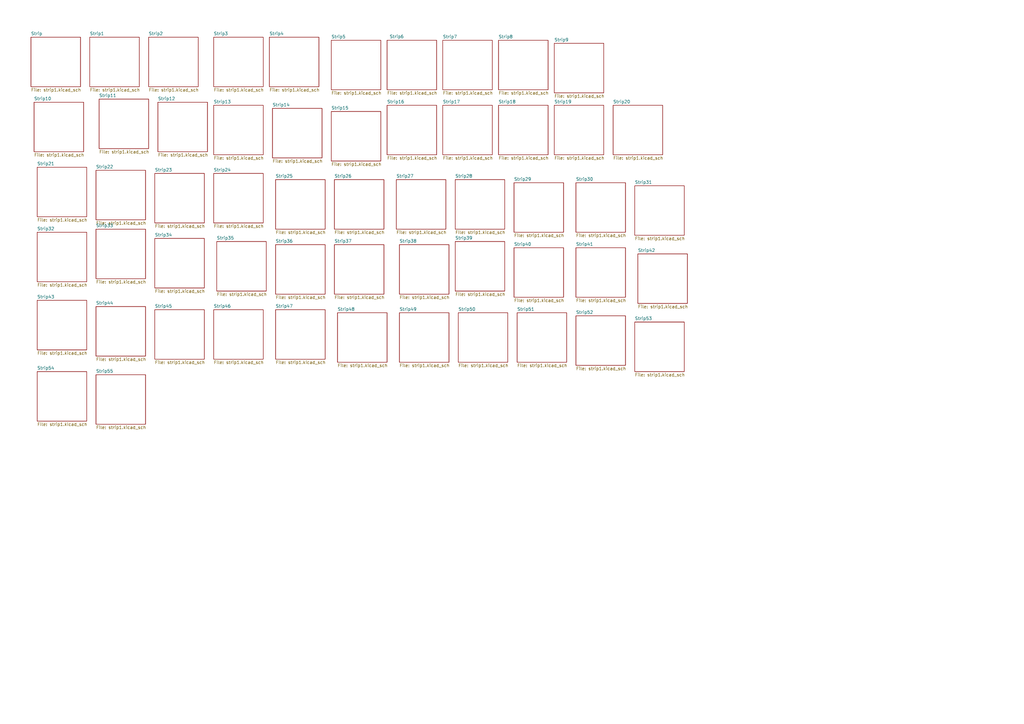
<source format=kicad_sch>
(kicad_sch
	(version 20250114)
	(generator "eeschema")
	(generator_version "9.0")
	(uuid "ec0acf9d-b630-4a70-ae1b-d8283dc20a54")
	(paper "A3")
	(lib_symbols)
	(sheet
		(at 260.35 76.2)
		(size 20.32 20.32)
		(exclude_from_sim no)
		(in_bom yes)
		(on_board yes)
		(dnp no)
		(fields_autoplaced yes)
		(stroke
			(width 0.1524)
			(type solid)
		)
		(fill
			(color 0 0 0 0.0000)
		)
		(uuid "00b2ebd1-974f-44da-a5a4-9698745f8431")
		(property "Sheetname" "Strip31"
			(at 260.35 75.4884 0)
			(effects
				(font
					(size 1.27 1.27)
				)
				(justify left bottom)
			)
		)
		(property "Sheetfile" "strip1.kicad_sch"
			(at 260.35 97.1046 0)
			(effects
				(font
					(size 1.27 1.27)
				)
				(justify left top)
			)
		)
		(instances
			(project "STRIP PCB,"
				(path "/ec0acf9d-b630-4a70-ae1b-d8283dc20a54"
					(page "33")
				)
			)
		)
	)
	(sheet
		(at 251.46 43.18)
		(size 20.32 20.32)
		(exclude_from_sim no)
		(in_bom yes)
		(on_board yes)
		(dnp no)
		(fields_autoplaced yes)
		(stroke
			(width 0.1524)
			(type solid)
		)
		(fill
			(color 0 0 0 0.0000)
		)
		(uuid "02a664cf-b16c-4f98-8160-73b862de7ff8")
		(property "Sheetname" "Strip20"
			(at 251.46 42.4684 0)
			(effects
				(font
					(size 1.27 1.27)
				)
				(justify left bottom)
			)
		)
		(property "Sheetfile" "strip1.kicad_sch"
			(at 251.46 64.0846 0)
			(effects
				(font
					(size 1.27 1.27)
				)
				(justify left top)
			)
		)
		(instances
			(project "STRIP PCB,"
				(path "/ec0acf9d-b630-4a70-ae1b-d8283dc20a54"
					(page "22")
				)
			)
		)
	)
	(sheet
		(at 227.33 43.18)
		(size 20.32 20.32)
		(exclude_from_sim no)
		(in_bom yes)
		(on_board yes)
		(dnp no)
		(fields_autoplaced yes)
		(stroke
			(width 0.1524)
			(type solid)
		)
		(fill
			(color 0 0 0 0.0000)
		)
		(uuid "09c091c4-d36c-4f76-8421-eee55fe4d6e8")
		(property "Sheetname" "Strip19"
			(at 227.33 42.4684 0)
			(effects
				(font
					(size 1.27 1.27)
				)
				(justify left bottom)
			)
		)
		(property "Sheetfile" "strip1.kicad_sch"
			(at 227.33 64.0846 0)
			(effects
				(font
					(size 1.27 1.27)
				)
				(justify left top)
			)
		)
		(instances
			(project "STRIP PCB,"
				(path "/ec0acf9d-b630-4a70-ae1b-d8283dc20a54"
					(page "21")
				)
			)
		)
	)
	(sheet
		(at 137.16 73.66)
		(size 20.32 20.32)
		(exclude_from_sim no)
		(in_bom yes)
		(on_board yes)
		(dnp no)
		(fields_autoplaced yes)
		(stroke
			(width 0.1524)
			(type solid)
		)
		(fill
			(color 0 0 0 0.0000)
		)
		(uuid "0d354996-9925-4dc1-a4ce-13cd45b7ac74")
		(property "Sheetname" "Strip26"
			(at 137.16 72.9484 0)
			(effects
				(font
					(size 1.27 1.27)
				)
				(justify left bottom)
			)
		)
		(property "Sheetfile" "strip1.kicad_sch"
			(at 137.16 94.5646 0)
			(effects
				(font
					(size 1.27 1.27)
				)
				(justify left top)
			)
		)
		(instances
			(project "STRIP PCB,"
				(path "/ec0acf9d-b630-4a70-ae1b-d8283dc20a54"
					(page "28")
				)
			)
		)
	)
	(sheet
		(at 210.82 101.6)
		(size 20.32 20.32)
		(exclude_from_sim no)
		(in_bom yes)
		(on_board yes)
		(dnp no)
		(fields_autoplaced yes)
		(stroke
			(width 0.1524)
			(type solid)
		)
		(fill
			(color 0 0 0 0.0000)
		)
		(uuid "0ff14d47-830e-4ffa-8aed-b49ec4150b16")
		(property "Sheetname" "Strip40"
			(at 210.82 100.8884 0)
			(effects
				(font
					(size 1.27 1.27)
				)
				(justify left bottom)
			)
		)
		(property "Sheetfile" "strip1.kicad_sch"
			(at 210.82 122.5046 0)
			(effects
				(font
					(size 1.27 1.27)
				)
				(justify left top)
			)
		)
		(instances
			(project "STRIP PCB,"
				(path "/ec0acf9d-b630-4a70-ae1b-d8283dc20a54"
					(page "42")
				)
			)
		)
	)
	(sheet
		(at 63.5 71.12)
		(size 20.32 20.32)
		(exclude_from_sim no)
		(in_bom yes)
		(on_board yes)
		(dnp no)
		(fields_autoplaced yes)
		(stroke
			(width 0.1524)
			(type solid)
		)
		(fill
			(color 0 0 0 0.0000)
		)
		(uuid "12fe60e7-462e-4de4-86c0-4a915cc49e61")
		(property "Sheetname" "Strip23"
			(at 63.5 70.4084 0)
			(effects
				(font
					(size 1.27 1.27)
				)
				(justify left bottom)
			)
		)
		(property "Sheetfile" "strip1.kicad_sch"
			(at 63.5 92.0246 0)
			(effects
				(font
					(size 1.27 1.27)
				)
				(justify left top)
			)
		)
		(instances
			(project "STRIP PCB,"
				(path "/ec0acf9d-b630-4a70-ae1b-d8283dc20a54"
					(page "25")
				)
			)
		)
	)
	(sheet
		(at 15.24 95.25)
		(size 20.32 20.32)
		(exclude_from_sim no)
		(in_bom yes)
		(on_board yes)
		(dnp no)
		(fields_autoplaced yes)
		(stroke
			(width 0.1524)
			(type solid)
		)
		(fill
			(color 0 0 0 0.0000)
		)
		(uuid "174130f1-98c9-4469-b91d-652483d8c528")
		(property "Sheetname" "Strip32"
			(at 15.24 94.5384 0)
			(effects
				(font
					(size 1.27 1.27)
				)
				(justify left bottom)
			)
		)
		(property "Sheetfile" "strip1.kicad_sch"
			(at 15.24 116.1546 0)
			(effects
				(font
					(size 1.27 1.27)
				)
				(justify left top)
			)
		)
		(instances
			(project "STRIP PCB,"
				(path "/ec0acf9d-b630-4a70-ae1b-d8283dc20a54"
					(page "34")
				)
			)
		)
	)
	(sheet
		(at 39.37 69.85)
		(size 20.32 20.32)
		(exclude_from_sim no)
		(in_bom yes)
		(on_board yes)
		(dnp no)
		(fields_autoplaced yes)
		(stroke
			(width 0.1524)
			(type solid)
		)
		(fill
			(color 0 0 0 0.0000)
		)
		(uuid "19f19b5c-3bdb-4464-8d7c-172a31e61d40")
		(property "Sheetname" "Strip22"
			(at 39.37 69.1384 0)
			(effects
				(font
					(size 1.27 1.27)
				)
				(justify left bottom)
			)
		)
		(property "Sheetfile" "strip1.kicad_sch"
			(at 39.37 90.7546 0)
			(effects
				(font
					(size 1.27 1.27)
				)
				(justify left top)
			)
		)
		(instances
			(project "STRIP PCB,"
				(path "/ec0acf9d-b630-4a70-ae1b-d8283dc20a54"
					(page "24")
				)
			)
		)
	)
	(sheet
		(at 236.22 129.54)
		(size 20.32 20.32)
		(exclude_from_sim no)
		(in_bom yes)
		(on_board yes)
		(dnp no)
		(fields_autoplaced yes)
		(stroke
			(width 0.1524)
			(type solid)
		)
		(fill
			(color 0 0 0 0.0000)
		)
		(uuid "227d940c-3185-42ad-b898-154240a07068")
		(property "Sheetname" "Strip52"
			(at 236.22 128.8284 0)
			(effects
				(font
					(size 1.27 1.27)
				)
				(justify left bottom)
			)
		)
		(property "Sheetfile" "strip1.kicad_sch"
			(at 236.22 150.4446 0)
			(effects
				(font
					(size 1.27 1.27)
				)
				(justify left top)
			)
		)
		(instances
			(project "STRIP PCB,"
				(path "/ec0acf9d-b630-4a70-ae1b-d8283dc20a54"
					(page "54")
				)
			)
		)
	)
	(sheet
		(at 64.77 41.91)
		(size 20.32 20.32)
		(exclude_from_sim no)
		(in_bom yes)
		(on_board yes)
		(dnp no)
		(fields_autoplaced yes)
		(stroke
			(width 0.1524)
			(type solid)
		)
		(fill
			(color 0 0 0 0.0000)
		)
		(uuid "2325865f-8fd0-49e1-8b25-ce3434a64d41")
		(property "Sheetname" "Strip12"
			(at 64.77 41.1984 0)
			(effects
				(font
					(size 1.27 1.27)
				)
				(justify left bottom)
			)
		)
		(property "Sheetfile" "strip1.kicad_sch"
			(at 64.77 62.8146 0)
			(effects
				(font
					(size 1.27 1.27)
				)
				(justify left top)
			)
		)
		(instances
			(project "STRIP PCB,"
				(path "/ec0acf9d-b630-4a70-ae1b-d8283dc20a54"
					(page "14")
				)
			)
		)
	)
	(sheet
		(at 163.83 100.33)
		(size 20.32 20.32)
		(exclude_from_sim no)
		(in_bom yes)
		(on_board yes)
		(dnp no)
		(fields_autoplaced yes)
		(stroke
			(width 0.1524)
			(type solid)
		)
		(fill
			(color 0 0 0 0.0000)
		)
		(uuid "23e34d32-43a8-4df3-9577-8704889a19af")
		(property "Sheetname" "Strip38"
			(at 163.83 99.6184 0)
			(effects
				(font
					(size 1.27 1.27)
				)
				(justify left bottom)
			)
		)
		(property "Sheetfile" "strip1.kicad_sch"
			(at 163.83 121.2346 0)
			(effects
				(font
					(size 1.27 1.27)
				)
				(justify left top)
			)
		)
		(instances
			(project "STRIP PCB,"
				(path "/ec0acf9d-b630-4a70-ae1b-d8283dc20a54"
					(page "40")
				)
			)
		)
	)
	(sheet
		(at 187.96 128.27)
		(size 20.32 20.32)
		(exclude_from_sim no)
		(in_bom yes)
		(on_board yes)
		(dnp no)
		(fields_autoplaced yes)
		(stroke
			(width 0.1524)
			(type solid)
		)
		(fill
			(color 0 0 0 0.0000)
		)
		(uuid "25d6e0d4-d332-4889-9dc7-c3890ca7a77d")
		(property "Sheetname" "Strip50"
			(at 187.96 127.5584 0)
			(effects
				(font
					(size 1.27 1.27)
				)
				(justify left bottom)
			)
		)
		(property "Sheetfile" "strip1.kicad_sch"
			(at 187.96 149.1746 0)
			(effects
				(font
					(size 1.27 1.27)
				)
				(justify left top)
			)
		)
		(instances
			(project "STRIP PCB,"
				(path "/ec0acf9d-b630-4a70-ae1b-d8283dc20a54"
					(page "52")
				)
			)
		)
	)
	(sheet
		(at 158.75 16.51)
		(size 20.32 20.32)
		(exclude_from_sim no)
		(in_bom yes)
		(on_board yes)
		(dnp no)
		(stroke
			(width 0.1524)
			(type solid)
		)
		(fill
			(color 0 0 0 0.0000)
		)
		(uuid "350588f8-050d-4c5c-8210-f547e044790d")
		(property "Sheetname" "Strip6"
			(at 159.766 15.748 0)
			(effects
				(font
					(size 1.27 1.27)
				)
				(justify left bottom)
			)
		)
		(property "Sheetfile" "strip1.kicad_sch"
			(at 158.75 37.4146 0)
			(effects
				(font
					(size 1.27 1.27)
				)
				(justify left top)
			)
		)
		(instances
			(project "STRIP PCB,"
				(path "/ec0acf9d-b630-4a70-ae1b-d8283dc20a54"
					(page "8")
				)
			)
		)
	)
	(sheet
		(at 212.09 128.27)
		(size 20.32 20.32)
		(exclude_from_sim no)
		(in_bom yes)
		(on_board yes)
		(dnp no)
		(fields_autoplaced yes)
		(stroke
			(width 0.1524)
			(type solid)
		)
		(fill
			(color 0 0 0 0.0000)
		)
		(uuid "38e028f2-c531-457a-8645-0593a744ce09")
		(property "Sheetname" "Strip51"
			(at 212.09 127.5584 0)
			(effects
				(font
					(size 1.27 1.27)
				)
				(justify left bottom)
			)
		)
		(property "Sheetfile" "strip1.kicad_sch"
			(at 212.09 149.1746 0)
			(effects
				(font
					(size 1.27 1.27)
				)
				(justify left top)
			)
		)
		(instances
			(project "STRIP PCB,"
				(path "/ec0acf9d-b630-4a70-ae1b-d8283dc20a54"
					(page "53")
				)
			)
		)
	)
	(sheet
		(at 210.82 74.93)
		(size 20.32 20.32)
		(exclude_from_sim no)
		(in_bom yes)
		(on_board yes)
		(dnp no)
		(fields_autoplaced yes)
		(stroke
			(width 0.1524)
			(type solid)
		)
		(fill
			(color 0 0 0 0.0000)
		)
		(uuid "48468f65-55e1-4a94-9556-7dda1642f135")
		(property "Sheetname" "Strip29"
			(at 210.82 74.2184 0)
			(effects
				(font
					(size 1.27 1.27)
				)
				(justify left bottom)
			)
		)
		(property "Sheetfile" "strip1.kicad_sch"
			(at 210.82 95.8346 0)
			(effects
				(font
					(size 1.27 1.27)
				)
				(justify left top)
			)
		)
		(instances
			(project "STRIP PCB,"
				(path "/ec0acf9d-b630-4a70-ae1b-d8283dc20a54"
					(page "31")
				)
			)
		)
	)
	(sheet
		(at 163.83 128.27)
		(size 20.32 20.32)
		(exclude_from_sim no)
		(in_bom yes)
		(on_board yes)
		(dnp no)
		(fields_autoplaced yes)
		(stroke
			(width 0.1524)
			(type solid)
		)
		(fill
			(color 0 0 0 0.0000)
		)
		(uuid "4b0949d7-5b91-406e-9357-3d1cbcf7aafa")
		(property "Sheetname" "Strip49"
			(at 163.83 127.5584 0)
			(effects
				(font
					(size 1.27 1.27)
				)
				(justify left bottom)
			)
		)
		(property "Sheetfile" "strip1.kicad_sch"
			(at 163.83 149.1746 0)
			(effects
				(font
					(size 1.27 1.27)
				)
				(justify left top)
			)
		)
		(instances
			(project "STRIP PCB,"
				(path "/ec0acf9d-b630-4a70-ae1b-d8283dc20a54"
					(page "51")
				)
			)
		)
	)
	(sheet
		(at 260.35 132.08)
		(size 20.32 20.32)
		(exclude_from_sim no)
		(in_bom yes)
		(on_board yes)
		(dnp no)
		(fields_autoplaced yes)
		(stroke
			(width 0.1524)
			(type solid)
		)
		(fill
			(color 0 0 0 0.0000)
		)
		(uuid "4d9b4f62-edc8-4ca8-8062-4043adbf5a53")
		(property "Sheetname" "Strip53"
			(at 260.35 131.3684 0)
			(effects
				(font
					(size 1.27 1.27)
				)
				(justify left bottom)
			)
		)
		(property "Sheetfile" "strip1.kicad_sch"
			(at 260.35 152.9846 0)
			(effects
				(font
					(size 1.27 1.27)
				)
				(justify left top)
			)
		)
		(instances
			(project "STRIP PCB,"
				(path "/ec0acf9d-b630-4a70-ae1b-d8283dc20a54"
					(page "55")
				)
			)
		)
	)
	(sheet
		(at 181.61 16.51)
		(size 20.32 20.32)
		(exclude_from_sim no)
		(in_bom yes)
		(on_board yes)
		(dnp no)
		(fields_autoplaced yes)
		(stroke
			(width 0.1524)
			(type solid)
		)
		(fill
			(color 0 0 0 0.0000)
		)
		(uuid "51787525-25cd-49c1-bc9d-6726e2524873")
		(property "Sheetname" "Strip7"
			(at 181.61 15.7984 0)
			(effects
				(font
					(size 1.27 1.27)
				)
				(justify left bottom)
			)
		)
		(property "Sheetfile" "strip1.kicad_sch"
			(at 181.61 37.4146 0)
			(effects
				(font
					(size 1.27 1.27)
				)
				(justify left top)
			)
		)
		(instances
			(project "STRIP PCB,"
				(path "/ec0acf9d-b630-4a70-ae1b-d8283dc20a54"
					(page "9")
				)
			)
		)
	)
	(sheet
		(at 158.75 43.18)
		(size 20.32 20.32)
		(exclude_from_sim no)
		(in_bom yes)
		(on_board yes)
		(dnp no)
		(fields_autoplaced yes)
		(stroke
			(width 0.1524)
			(type solid)
		)
		(fill
			(color 0 0 0 0.0000)
		)
		(uuid "54cf5031-2058-4368-9d63-94b3d8d6a9bb")
		(property "Sheetname" "Strip16"
			(at 158.75 42.4684 0)
			(effects
				(font
					(size 1.27 1.27)
				)
				(justify left bottom)
			)
		)
		(property "Sheetfile" "strip1.kicad_sch"
			(at 158.75 64.0846 0)
			(effects
				(font
					(size 1.27 1.27)
				)
				(justify left top)
			)
		)
		(instances
			(project "STRIP PCB,"
				(path "/ec0acf9d-b630-4a70-ae1b-d8283dc20a54"
					(page "18")
				)
			)
		)
	)
	(sheet
		(at 60.96 15.24)
		(size 20.32 20.32)
		(exclude_from_sim no)
		(in_bom yes)
		(on_board yes)
		(dnp no)
		(fields_autoplaced yes)
		(stroke
			(width 0.1524)
			(type solid)
		)
		(fill
			(color 0 0 0 0.0000)
		)
		(uuid "57ecefd6-73b4-48ac-a959-17fab5a5ec91")
		(property "Sheetname" "Strip2"
			(at 60.96 14.5284 0)
			(effects
				(font
					(size 1.27 1.27)
				)
				(justify left bottom)
			)
		)
		(property "Sheetfile" "strip1.kicad_sch"
			(at 60.96 36.1446 0)
			(effects
				(font
					(size 1.27 1.27)
				)
				(justify left top)
			)
		)
		(instances
			(project "STRIP PCB,"
				(path "/ec0acf9d-b630-4a70-ae1b-d8283dc20a54"
					(page "4")
				)
			)
		)
	)
	(sheet
		(at 36.83 15.24)
		(size 20.32 20.32)
		(exclude_from_sim no)
		(in_bom yes)
		(on_board yes)
		(dnp no)
		(fields_autoplaced yes)
		(stroke
			(width 0.1524)
			(type solid)
		)
		(fill
			(color 0 0 0 0.0000)
		)
		(uuid "58ff4291-3de2-42ae-a9ba-89a8e31c699b")
		(property "Sheetname" "Strip1"
			(at 36.83 14.5284 0)
			(effects
				(font
					(size 1.27 1.27)
				)
				(justify left bottom)
			)
		)
		(property "Sheetfile" "strip1.kicad_sch"
			(at 36.83 36.1446 0)
			(effects
				(font
					(size 1.27 1.27)
				)
				(justify left top)
			)
		)
		(instances
			(project "STRIP PCB,"
				(path "/ec0acf9d-b630-4a70-ae1b-d8283dc20a54"
					(page "3")
				)
			)
		)
	)
	(sheet
		(at 40.64 40.64)
		(size 20.32 20.32)
		(exclude_from_sim no)
		(in_bom yes)
		(on_board yes)
		(dnp no)
		(fields_autoplaced yes)
		(stroke
			(width 0.1524)
			(type solid)
		)
		(fill
			(color 0 0 0 0.0000)
		)
		(uuid "5ea9c7f8-c674-4428-91bc-80e7d72da6c0")
		(property "Sheetname" "Strip11"
			(at 40.64 39.9284 0)
			(effects
				(font
					(size 1.27 1.27)
				)
				(justify left bottom)
			)
		)
		(property "Sheetfile" "strip1.kicad_sch"
			(at 40.64 61.5446 0)
			(effects
				(font
					(size 1.27 1.27)
				)
				(justify left top)
			)
		)
		(instances
			(project "STRIP PCB,"
				(path "/ec0acf9d-b630-4a70-ae1b-d8283dc20a54"
					(page "13")
				)
			)
		)
	)
	(sheet
		(at 227.33 17.78)
		(size 20.32 20.32)
		(exclude_from_sim no)
		(in_bom yes)
		(on_board yes)
		(dnp no)
		(fields_autoplaced yes)
		(stroke
			(width 0.1524)
			(type solid)
		)
		(fill
			(color 0 0 0 0.0000)
		)
		(uuid "63007f20-1e54-411d-9be6-70619624c9fb")
		(property "Sheetname" "Strip9"
			(at 227.33 17.0684 0)
			(effects
				(font
					(size 1.27 1.27)
				)
				(justify left bottom)
			)
		)
		(property "Sheetfile" "strip1.kicad_sch"
			(at 227.33 38.6846 0)
			(effects
				(font
					(size 1.27 1.27)
				)
				(justify left top)
			)
		)
		(instances
			(project "STRIP PCB,"
				(path "/ec0acf9d-b630-4a70-ae1b-d8283dc20a54"
					(page "11")
				)
			)
		)
	)
	(sheet
		(at 39.37 153.67)
		(size 20.32 20.32)
		(exclude_from_sim no)
		(in_bom yes)
		(on_board yes)
		(dnp no)
		(fields_autoplaced yes)
		(stroke
			(width 0.1524)
			(type solid)
		)
		(fill
			(color 0 0 0 0.0000)
		)
		(uuid "70922898-60ac-4a0c-bad9-9eea97cb1b1b")
		(property "Sheetname" "Strip55"
			(at 39.37 152.9584 0)
			(effects
				(font
					(size 1.27 1.27)
				)
				(justify left bottom)
			)
		)
		(property "Sheetfile" "strip1.kicad_sch"
			(at 39.37 174.5746 0)
			(effects
				(font
					(size 1.27 1.27)
				)
				(justify left top)
			)
		)
		(instances
			(project "STRIP PCB,"
				(path "/ec0acf9d-b630-4a70-ae1b-d8283dc20a54"
					(page "57")
				)
			)
		)
	)
	(sheet
		(at 15.24 152.4)
		(size 20.32 20.32)
		(exclude_from_sim no)
		(in_bom yes)
		(on_board yes)
		(dnp no)
		(fields_autoplaced yes)
		(stroke
			(width 0.1524)
			(type solid)
		)
		(fill
			(color 0 0 0 0.0000)
		)
		(uuid "7213588a-4742-4389-8865-0bc679a2cf97")
		(property "Sheetname" "Strip54"
			(at 15.24 151.6884 0)
			(effects
				(font
					(size 1.27 1.27)
				)
				(justify left bottom)
			)
		)
		(property "Sheetfile" "strip1.kicad_sch"
			(at 15.24 173.3046 0)
			(effects
				(font
					(size 1.27 1.27)
				)
				(justify left top)
			)
		)
		(instances
			(project "STRIP PCB,"
				(path "/ec0acf9d-b630-4a70-ae1b-d8283dc20a54"
					(page "56")
				)
			)
		)
	)
	(sheet
		(at 110.49 15.24)
		(size 20.32 20.32)
		(exclude_from_sim no)
		(in_bom yes)
		(on_board yes)
		(dnp no)
		(fields_autoplaced yes)
		(stroke
			(width 0.1524)
			(type solid)
		)
		(fill
			(color 0 0 0 0.0000)
		)
		(uuid "72da6008-522c-4ca9-807f-f87ac7a85e1a")
		(property "Sheetname" "Strip4"
			(at 110.49 14.5284 0)
			(effects
				(font
					(size 1.27 1.27)
				)
				(justify left bottom)
			)
		)
		(property "Sheetfile" "strip1.kicad_sch"
			(at 110.49 36.1446 0)
			(effects
				(font
					(size 1.27 1.27)
				)
				(justify left top)
			)
		)
		(instances
			(project "STRIP PCB,"
				(path "/ec0acf9d-b630-4a70-ae1b-d8283dc20a54"
					(page "6")
				)
			)
		)
	)
	(sheet
		(at 12.7 15.24)
		(size 20.32 20.32)
		(exclude_from_sim no)
		(in_bom yes)
		(on_board yes)
		(dnp no)
		(fields_autoplaced yes)
		(stroke
			(width 0.1524)
			(type solid)
		)
		(fill
			(color 0 0 0 0.0000)
		)
		(uuid "76437489-783b-4f7d-9bb4-0d011ba6509b")
		(property "Sheetname" "Strip"
			(at 12.7 14.5284 0)
			(effects
				(font
					(size 1.27 1.27)
				)
				(justify left bottom)
			)
		)
		(property "Sheetfile" "strip1.kicad_sch"
			(at 12.7 36.1446 0)
			(effects
				(font
					(size 1.27 1.27)
				)
				(justify left top)
			)
		)
		(instances
			(project "STRIP PCB,"
				(path "/ec0acf9d-b630-4a70-ae1b-d8283dc20a54"
					(page "2")
				)
			)
		)
	)
	(sheet
		(at 111.76 44.45)
		(size 20.32 20.32)
		(exclude_from_sim no)
		(in_bom yes)
		(on_board yes)
		(dnp no)
		(fields_autoplaced yes)
		(stroke
			(width 0.1524)
			(type solid)
		)
		(fill
			(color 0 0 0 0.0000)
		)
		(uuid "79e5e29b-7edc-495e-98b1-5d2afd13c2c1")
		(property "Sheetname" "Strip14"
			(at 111.76 43.7384 0)
			(effects
				(font
					(size 1.27 1.27)
				)
				(justify left bottom)
			)
		)
		(property "Sheetfile" "strip1.kicad_sch"
			(at 111.76 65.3546 0)
			(effects
				(font
					(size 1.27 1.27)
				)
				(justify left top)
			)
		)
		(instances
			(project "STRIP PCB,"
				(path "/ec0acf9d-b630-4a70-ae1b-d8283dc20a54"
					(page "16")
				)
			)
		)
	)
	(sheet
		(at 135.89 16.51)
		(size 20.32 20.32)
		(exclude_from_sim no)
		(in_bom yes)
		(on_board yes)
		(dnp no)
		(fields_autoplaced yes)
		(stroke
			(width 0.1524)
			(type solid)
		)
		(fill
			(color 0 0 0 0.0000)
		)
		(uuid "7b2120a8-c84f-4c23-8f66-57e25b79ec3d")
		(property "Sheetname" "Strip5"
			(at 135.89 15.7984 0)
			(effects
				(font
					(size 1.27 1.27)
				)
				(justify left bottom)
			)
		)
		(property "Sheetfile" "strip1.kicad_sch"
			(at 135.89 37.4146 0)
			(effects
				(font
					(size 1.27 1.27)
				)
				(justify left top)
			)
		)
		(instances
			(project "STRIP PCB,"
				(path "/ec0acf9d-b630-4a70-ae1b-d8283dc20a54"
					(page "7")
				)
			)
		)
	)
	(sheet
		(at 135.89 45.72)
		(size 20.32 20.32)
		(exclude_from_sim no)
		(in_bom yes)
		(on_board yes)
		(dnp no)
		(fields_autoplaced yes)
		(stroke
			(width 0.1524)
			(type solid)
		)
		(fill
			(color 0 0 0 0.0000)
		)
		(uuid "7d59a99a-9c78-457f-9f97-f08887f646f3")
		(property "Sheetname" "Strip15"
			(at 135.89 45.0084 0)
			(effects
				(font
					(size 1.27 1.27)
				)
				(justify left bottom)
			)
		)
		(property "Sheetfile" "strip1.kicad_sch"
			(at 135.89 66.6246 0)
			(effects
				(font
					(size 1.27 1.27)
				)
				(justify left top)
			)
		)
		(instances
			(project "STRIP PCB,"
				(path "/ec0acf9d-b630-4a70-ae1b-d8283dc20a54"
					(page "17")
				)
			)
		)
	)
	(sheet
		(at 87.63 71.12)
		(size 20.32 20.32)
		(exclude_from_sim no)
		(in_bom yes)
		(on_board yes)
		(dnp no)
		(fields_autoplaced yes)
		(stroke
			(width 0.1524)
			(type solid)
		)
		(fill
			(color 0 0 0 0.0000)
		)
		(uuid "822c1551-5434-4ff5-b80f-85266f9d77a1")
		(property "Sheetname" "Strip24"
			(at 87.63 70.4084 0)
			(effects
				(font
					(size 1.27 1.27)
				)
				(justify left bottom)
			)
		)
		(property "Sheetfile" "strip1.kicad_sch"
			(at 87.63 92.0246 0)
			(effects
				(font
					(size 1.27 1.27)
				)
				(justify left top)
			)
		)
		(instances
			(project "STRIP PCB,"
				(path "/ec0acf9d-b630-4a70-ae1b-d8283dc20a54"
					(page "26")
				)
			)
		)
	)
	(sheet
		(at 39.37 125.73)
		(size 20.32 20.32)
		(exclude_from_sim no)
		(in_bom yes)
		(on_board yes)
		(dnp no)
		(fields_autoplaced yes)
		(stroke
			(width 0.1524)
			(type solid)
		)
		(fill
			(color 0 0 0 0.0000)
		)
		(uuid "84993a1b-086d-4b25-9189-c0bd1ef8978d")
		(property "Sheetname" "Strip44"
			(at 39.37 125.0184 0)
			(effects
				(font
					(size 1.27 1.27)
				)
				(justify left bottom)
			)
		)
		(property "Sheetfile" "strip1.kicad_sch"
			(at 39.37 146.6346 0)
			(effects
				(font
					(size 1.27 1.27)
				)
				(justify left top)
			)
		)
		(instances
			(project "STRIP PCB,"
				(path "/ec0acf9d-b630-4a70-ae1b-d8283dc20a54"
					(page "46")
				)
			)
		)
	)
	(sheet
		(at 113.03 100.33)
		(size 20.32 20.32)
		(exclude_from_sim no)
		(in_bom yes)
		(on_board yes)
		(dnp no)
		(fields_autoplaced yes)
		(stroke
			(width 0.1524)
			(type solid)
		)
		(fill
			(color 0 0 0 0.0000)
		)
		(uuid "8946be91-6f0a-4a4b-8a4b-fdf9e41f3d2a")
		(property "Sheetname" "Strip36"
			(at 113.03 99.6184 0)
			(effects
				(font
					(size 1.27 1.27)
				)
				(justify left bottom)
			)
		)
		(property "Sheetfile" "strip1.kicad_sch"
			(at 113.03 121.2346 0)
			(effects
				(font
					(size 1.27 1.27)
				)
				(justify left top)
			)
		)
		(instances
			(project "STRIP PCB,"
				(path "/ec0acf9d-b630-4a70-ae1b-d8283dc20a54"
					(page "38")
				)
			)
		)
	)
	(sheet
		(at 63.5 127)
		(size 20.32 20.32)
		(exclude_from_sim no)
		(in_bom yes)
		(on_board yes)
		(dnp no)
		(fields_autoplaced yes)
		(stroke
			(width 0.1524)
			(type solid)
		)
		(fill
			(color 0 0 0 0.0000)
		)
		(uuid "91c4be0e-b982-4f98-a9ee-af0bd61913f5")
		(property "Sheetname" "Strip45"
			(at 63.5 126.2884 0)
			(effects
				(font
					(size 1.27 1.27)
				)
				(justify left bottom)
			)
		)
		(property "Sheetfile" "strip1.kicad_sch"
			(at 63.5 147.9046 0)
			(effects
				(font
					(size 1.27 1.27)
				)
				(justify left top)
			)
		)
		(instances
			(project "STRIP PCB,"
				(path "/ec0acf9d-b630-4a70-ae1b-d8283dc20a54"
					(page "47")
				)
			)
		)
	)
	(sheet
		(at 113.03 73.66)
		(size 20.32 20.32)
		(exclude_from_sim no)
		(in_bom yes)
		(on_board yes)
		(dnp no)
		(fields_autoplaced yes)
		(stroke
			(width 0.1524)
			(type solid)
		)
		(fill
			(color 0 0 0 0.0000)
		)
		(uuid "92346110-13eb-4d98-8630-4cb6347e2915")
		(property "Sheetname" "Strip25"
			(at 113.03 72.9484 0)
			(effects
				(font
					(size 1.27 1.27)
				)
				(justify left bottom)
			)
		)
		(property "Sheetfile" "strip1.kicad_sch"
			(at 113.03 94.5646 0)
			(effects
				(font
					(size 1.27 1.27)
				)
				(justify left top)
			)
		)
		(instances
			(project "STRIP PCB,"
				(path "/ec0acf9d-b630-4a70-ae1b-d8283dc20a54"
					(page "27")
				)
			)
		)
	)
	(sheet
		(at 87.63 127)
		(size 20.32 20.32)
		(exclude_from_sim no)
		(in_bom yes)
		(on_board yes)
		(dnp no)
		(fields_autoplaced yes)
		(stroke
			(width 0.1524)
			(type solid)
		)
		(fill
			(color 0 0 0 0.0000)
		)
		(uuid "9a5a9fdb-89db-4b6c-87aa-61f949559d3d")
		(property "Sheetname" "Strip46"
			(at 87.63 126.2884 0)
			(effects
				(font
					(size 1.27 1.27)
				)
				(justify left bottom)
			)
		)
		(property "Sheetfile" "strip1.kicad_sch"
			(at 87.63 147.9046 0)
			(effects
				(font
					(size 1.27 1.27)
				)
				(justify left top)
			)
		)
		(instances
			(project "STRIP PCB,"
				(path "/ec0acf9d-b630-4a70-ae1b-d8283dc20a54"
					(page "48")
				)
			)
		)
	)
	(sheet
		(at 236.22 101.6)
		(size 20.32 20.32)
		(exclude_from_sim no)
		(in_bom yes)
		(on_board yes)
		(dnp no)
		(fields_autoplaced yes)
		(stroke
			(width 0.1524)
			(type solid)
		)
		(fill
			(color 0 0 0 0.0000)
		)
		(uuid "9dd70a5f-6f63-4039-bb2e-321f2316dee3")
		(property "Sheetname" "Strip41"
			(at 236.22 100.8884 0)
			(effects
				(font
					(size 1.27 1.27)
				)
				(justify left bottom)
			)
		)
		(property "Sheetfile" "strip1.kicad_sch"
			(at 236.22 122.5046 0)
			(effects
				(font
					(size 1.27 1.27)
				)
				(justify left top)
			)
		)
		(instances
			(project "STRIP PCB,"
				(path "/ec0acf9d-b630-4a70-ae1b-d8283dc20a54"
					(page "43")
				)
			)
		)
	)
	(sheet
		(at 186.69 99.06)
		(size 20.32 20.32)
		(exclude_from_sim no)
		(in_bom yes)
		(on_board yes)
		(dnp no)
		(fields_autoplaced yes)
		(stroke
			(width 0.1524)
			(type solid)
		)
		(fill
			(color 0 0 0 0.0000)
		)
		(uuid "a194ac3b-3671-4a3d-9111-ae5ac3a69feb")
		(property "Sheetname" "Strip39"
			(at 186.69 98.3484 0)
			(effects
				(font
					(size 1.27 1.27)
				)
				(justify left bottom)
			)
		)
		(property "Sheetfile" "strip1.kicad_sch"
			(at 186.69 119.9646 0)
			(effects
				(font
					(size 1.27 1.27)
				)
				(justify left top)
			)
		)
		(instances
			(project "STRIP PCB,"
				(path "/ec0acf9d-b630-4a70-ae1b-d8283dc20a54"
					(page "41")
				)
			)
		)
	)
	(sheet
		(at 13.97 41.91)
		(size 20.32 20.32)
		(exclude_from_sim no)
		(in_bom yes)
		(on_board yes)
		(dnp no)
		(fields_autoplaced yes)
		(stroke
			(width 0.1524)
			(type solid)
		)
		(fill
			(color 0 0 0 0.0000)
		)
		(uuid "a5bac8bb-8039-4ec9-8dd8-1bf7ff005885")
		(property "Sheetname" "Strip10"
			(at 13.97 41.1984 0)
			(effects
				(font
					(size 1.27 1.27)
				)
				(justify left bottom)
			)
		)
		(property "Sheetfile" "strip1.kicad_sch"
			(at 13.97 62.8146 0)
			(effects
				(font
					(size 1.27 1.27)
				)
				(justify left top)
			)
		)
		(instances
			(project "STRIP PCB,"
				(path "/ec0acf9d-b630-4a70-ae1b-d8283dc20a54"
					(page "12")
				)
			)
		)
	)
	(sheet
		(at 186.69 73.66)
		(size 20.32 20.32)
		(exclude_from_sim no)
		(in_bom yes)
		(on_board yes)
		(dnp no)
		(fields_autoplaced yes)
		(stroke
			(width 0.1524)
			(type solid)
		)
		(fill
			(color 0 0 0 0.0000)
		)
		(uuid "b4397632-3f67-4e55-9477-b25648033c81")
		(property "Sheetname" "Strip28"
			(at 186.69 72.9484 0)
			(effects
				(font
					(size 1.27 1.27)
				)
				(justify left bottom)
			)
		)
		(property "Sheetfile" "strip1.kicad_sch"
			(at 186.69 94.5646 0)
			(effects
				(font
					(size 1.27 1.27)
				)
				(justify left top)
			)
		)
		(instances
			(project "STRIP PCB,"
				(path "/ec0acf9d-b630-4a70-ae1b-d8283dc20a54"
					(page "30")
				)
			)
		)
	)
	(sheet
		(at 181.61 43.18)
		(size 20.32 20.32)
		(exclude_from_sim no)
		(in_bom yes)
		(on_board yes)
		(dnp no)
		(fields_autoplaced yes)
		(stroke
			(width 0.1524)
			(type solid)
		)
		(fill
			(color 0 0 0 0.0000)
		)
		(uuid "be9936b9-50bb-4d0a-8e47-62f0e4c43a17")
		(property "Sheetname" "Strip17"
			(at 181.61 42.4684 0)
			(effects
				(font
					(size 1.27 1.27)
				)
				(justify left bottom)
			)
		)
		(property "Sheetfile" "strip1.kicad_sch"
			(at 181.61 64.0846 0)
			(effects
				(font
					(size 1.27 1.27)
				)
				(justify left top)
			)
		)
		(instances
			(project "STRIP PCB,"
				(path "/ec0acf9d-b630-4a70-ae1b-d8283dc20a54"
					(page "19")
				)
			)
		)
	)
	(sheet
		(at 236.22 74.93)
		(size 20.32 20.32)
		(exclude_from_sim no)
		(in_bom yes)
		(on_board yes)
		(dnp no)
		(fields_autoplaced yes)
		(stroke
			(width 0.1524)
			(type solid)
		)
		(fill
			(color 0 0 0 0.0000)
		)
		(uuid "c188c30c-3262-48db-ba89-798c2f4b7fd2")
		(property "Sheetname" "Strip30"
			(at 236.22 74.2184 0)
			(effects
				(font
					(size 1.27 1.27)
				)
				(justify left bottom)
			)
		)
		(property "Sheetfile" "strip1.kicad_sch"
			(at 236.22 95.8346 0)
			(effects
				(font
					(size 1.27 1.27)
				)
				(justify left top)
			)
		)
		(instances
			(project "STRIP PCB,"
				(path "/ec0acf9d-b630-4a70-ae1b-d8283dc20a54"
					(page "32")
				)
			)
		)
	)
	(sheet
		(at 204.47 16.51)
		(size 20.32 20.32)
		(exclude_from_sim no)
		(in_bom yes)
		(on_board yes)
		(dnp no)
		(fields_autoplaced yes)
		(stroke
			(width 0.1524)
			(type solid)
		)
		(fill
			(color 0 0 0 0.0000)
		)
		(uuid "c60131a6-a063-4c71-90e6-e71848787c8b")
		(property "Sheetname" "Strip8"
			(at 204.47 15.7984 0)
			(effects
				(font
					(size 1.27 1.27)
				)
				(justify left bottom)
			)
		)
		(property "Sheetfile" "strip1.kicad_sch"
			(at 204.47 37.4146 0)
			(effects
				(font
					(size 1.27 1.27)
				)
				(justify left top)
			)
		)
		(instances
			(project "STRIP PCB,"
				(path "/ec0acf9d-b630-4a70-ae1b-d8283dc20a54"
					(page "10")
				)
			)
		)
	)
	(sheet
		(at 87.63 15.24)
		(size 20.32 20.32)
		(exclude_from_sim no)
		(in_bom yes)
		(on_board yes)
		(dnp no)
		(fields_autoplaced yes)
		(stroke
			(width 0.1524)
			(type solid)
		)
		(fill
			(color 0 0 0 0.0000)
		)
		(uuid "c7b66997-5467-49e6-a3da-9cfc99e37554")
		(property "Sheetname" "Strip3"
			(at 87.63 14.5284 0)
			(effects
				(font
					(size 1.27 1.27)
				)
				(justify left bottom)
			)
		)
		(property "Sheetfile" "strip1.kicad_sch"
			(at 87.63 36.1446 0)
			(effects
				(font
					(size 1.27 1.27)
				)
				(justify left top)
			)
		)
		(instances
			(project "STRIP PCB,"
				(path "/ec0acf9d-b630-4a70-ae1b-d8283dc20a54"
					(page "5")
				)
			)
		)
	)
	(sheet
		(at 138.43 128.27)
		(size 20.32 20.32)
		(exclude_from_sim no)
		(in_bom yes)
		(on_board yes)
		(dnp no)
		(fields_autoplaced yes)
		(stroke
			(width 0.1524)
			(type solid)
		)
		(fill
			(color 0 0 0 0.0000)
		)
		(uuid "cb45fc56-2f70-464b-a30c-aa36854e0a9a")
		(property "Sheetname" "Strip48"
			(at 138.43 127.5584 0)
			(effects
				(font
					(size 1.27 1.27)
				)
				(justify left bottom)
			)
		)
		(property "Sheetfile" "strip1.kicad_sch"
			(at 138.43 149.1746 0)
			(effects
				(font
					(size 1.27 1.27)
				)
				(justify left top)
			)
		)
		(instances
			(project "STRIP PCB,"
				(path "/ec0acf9d-b630-4a70-ae1b-d8283dc20a54"
					(page "50")
				)
			)
		)
	)
	(sheet
		(at 15.24 123.19)
		(size 20.32 20.32)
		(exclude_from_sim no)
		(in_bom yes)
		(on_board yes)
		(dnp no)
		(fields_autoplaced yes)
		(stroke
			(width 0.1524)
			(type solid)
		)
		(fill
			(color 0 0 0 0.0000)
		)
		(uuid "ce40fc1b-4a00-48bd-b18c-e58366e78c60")
		(property "Sheetname" "Strip43"
			(at 15.24 122.4784 0)
			(effects
				(font
					(size 1.27 1.27)
				)
				(justify left bottom)
			)
		)
		(property "Sheetfile" "strip1.kicad_sch"
			(at 15.24 144.0946 0)
			(effects
				(font
					(size 1.27 1.27)
				)
				(justify left top)
			)
		)
		(instances
			(project "STRIP PCB,"
				(path "/ec0acf9d-b630-4a70-ae1b-d8283dc20a54"
					(page "45")
				)
			)
		)
	)
	(sheet
		(at 39.37 93.98)
		(size 20.32 20.32)
		(exclude_from_sim no)
		(in_bom yes)
		(on_board yes)
		(dnp no)
		(fields_autoplaced yes)
		(stroke
			(width 0.1524)
			(type solid)
		)
		(fill
			(color 0 0 0 0.0000)
		)
		(uuid "d7e8f057-68eb-4ea0-af4a-05f4cb846ddb")
		(property "Sheetname" "Strip33"
			(at 39.37 93.2684 0)
			(effects
				(font
					(size 1.27 1.27)
				)
				(justify left bottom)
			)
		)
		(property "Sheetfile" "strip1.kicad_sch"
			(at 39.37 114.8846 0)
			(effects
				(font
					(size 1.27 1.27)
				)
				(justify left top)
			)
		)
		(instances
			(project "STRIP PCB,"
				(path "/ec0acf9d-b630-4a70-ae1b-d8283dc20a54"
					(page "35")
				)
			)
		)
	)
	(sheet
		(at 88.9 99.06)
		(size 20.32 20.32)
		(exclude_from_sim no)
		(in_bom yes)
		(on_board yes)
		(dnp no)
		(fields_autoplaced yes)
		(stroke
			(width 0.1524)
			(type solid)
		)
		(fill
			(color 0 0 0 0.0000)
		)
		(uuid "df54ce5d-2752-4360-922a-142c98a847e2")
		(property "Sheetname" "Strip35"
			(at 88.9 98.3484 0)
			(effects
				(font
					(size 1.27 1.27)
				)
				(justify left bottom)
			)
		)
		(property "Sheetfile" "strip1.kicad_sch"
			(at 88.9 119.9646 0)
			(effects
				(font
					(size 1.27 1.27)
				)
				(justify left top)
			)
		)
		(instances
			(project "STRIP PCB,"
				(path "/ec0acf9d-b630-4a70-ae1b-d8283dc20a54"
					(page "37")
				)
			)
		)
	)
	(sheet
		(at 87.63 43.18)
		(size 20.32 20.32)
		(exclude_from_sim no)
		(in_bom yes)
		(on_board yes)
		(dnp no)
		(fields_autoplaced yes)
		(stroke
			(width 0.1524)
			(type solid)
		)
		(fill
			(color 0 0 0 0.0000)
		)
		(uuid "e63c38a0-a8db-42d8-aa00-5b24a9730207")
		(property "Sheetname" "Strip13"
			(at 87.63 42.4684 0)
			(effects
				(font
					(size 1.27 1.27)
				)
				(justify left bottom)
			)
		)
		(property "Sheetfile" "strip1.kicad_sch"
			(at 87.63 64.0846 0)
			(effects
				(font
					(size 1.27 1.27)
				)
				(justify left top)
			)
		)
		(instances
			(project "STRIP PCB,"
				(path "/ec0acf9d-b630-4a70-ae1b-d8283dc20a54"
					(page "15")
				)
			)
		)
	)
	(sheet
		(at 162.56 73.66)
		(size 20.32 20.32)
		(exclude_from_sim no)
		(in_bom yes)
		(on_board yes)
		(dnp no)
		(fields_autoplaced yes)
		(stroke
			(width 0.1524)
			(type solid)
		)
		(fill
			(color 0 0 0 0.0000)
		)
		(uuid "e67d60ee-a903-488c-9688-0977bcfce4a2")
		(property "Sheetname" "Strip27"
			(at 162.56 72.9484 0)
			(effects
				(font
					(size 1.27 1.27)
				)
				(justify left bottom)
			)
		)
		(property "Sheetfile" "strip1.kicad_sch"
			(at 162.56 94.5646 0)
			(effects
				(font
					(size 1.27 1.27)
				)
				(justify left top)
			)
		)
		(instances
			(project "STRIP PCB,"
				(path "/ec0acf9d-b630-4a70-ae1b-d8283dc20a54"
					(page "29")
				)
			)
		)
	)
	(sheet
		(at 137.16 100.33)
		(size 20.32 20.32)
		(exclude_from_sim no)
		(in_bom yes)
		(on_board yes)
		(dnp no)
		(fields_autoplaced yes)
		(stroke
			(width 0.1524)
			(type solid)
		)
		(fill
			(color 0 0 0 0.0000)
		)
		(uuid "ed64f165-bb6c-42c4-b0d9-2423b8559482")
		(property "Sheetname" "Strip37"
			(at 137.16 99.6184 0)
			(effects
				(font
					(size 1.27 1.27)
				)
				(justify left bottom)
			)
		)
		(property "Sheetfile" "strip1.kicad_sch"
			(at 137.16 121.2346 0)
			(effects
				(font
					(size 1.27 1.27)
				)
				(justify left top)
			)
		)
		(instances
			(project "STRIP PCB,"
				(path "/ec0acf9d-b630-4a70-ae1b-d8283dc20a54"
					(page "39")
				)
			)
		)
	)
	(sheet
		(at 261.62 104.14)
		(size 20.32 20.32)
		(exclude_from_sim no)
		(in_bom yes)
		(on_board yes)
		(dnp no)
		(fields_autoplaced yes)
		(stroke
			(width 0.1524)
			(type solid)
		)
		(fill
			(color 0 0 0 0.0000)
		)
		(uuid "edd429af-647f-4cf4-9696-f112e2cdb5a4")
		(property "Sheetname" "Strip42"
			(at 261.62 103.4284 0)
			(effects
				(font
					(size 1.27 1.27)
				)
				(justify left bottom)
			)
		)
		(property "Sheetfile" "strip1.kicad_sch"
			(at 261.62 125.0446 0)
			(effects
				(font
					(size 1.27 1.27)
				)
				(justify left top)
			)
		)
		(instances
			(project "STRIP PCB,"
				(path "/ec0acf9d-b630-4a70-ae1b-d8283dc20a54"
					(page "44")
				)
			)
		)
	)
	(sheet
		(at 63.5 97.79)
		(size 20.32 20.32)
		(exclude_from_sim no)
		(in_bom yes)
		(on_board yes)
		(dnp no)
		(fields_autoplaced yes)
		(stroke
			(width 0.1524)
			(type solid)
		)
		(fill
			(color 0 0 0 0.0000)
		)
		(uuid "f42054be-9dbb-4a1c-a043-765d2763ce7e")
		(property "Sheetname" "Strip34"
			(at 63.5 97.0784 0)
			(effects
				(font
					(size 1.27 1.27)
				)
				(justify left bottom)
			)
		)
		(property "Sheetfile" "strip1.kicad_sch"
			(at 63.5 118.6946 0)
			(effects
				(font
					(size 1.27 1.27)
				)
				(justify left top)
			)
		)
		(instances
			(project "STRIP PCB,"
				(path "/ec0acf9d-b630-4a70-ae1b-d8283dc20a54"
					(page "36")
				)
			)
		)
	)
	(sheet
		(at 15.24 68.58)
		(size 20.32 20.32)
		(exclude_from_sim no)
		(in_bom yes)
		(on_board yes)
		(dnp no)
		(fields_autoplaced yes)
		(stroke
			(width 0.1524)
			(type solid)
		)
		(fill
			(color 0 0 0 0.0000)
		)
		(uuid "f7ae9017-49af-47ba-92df-6b6ee731ace6")
		(property "Sheetname" "Strip21"
			(at 15.24 67.8684 0)
			(effects
				(font
					(size 1.27 1.27)
				)
				(justify left bottom)
			)
		)
		(property "Sheetfile" "strip1.kicad_sch"
			(at 15.24 89.4846 0)
			(effects
				(font
					(size 1.27 1.27)
				)
				(justify left top)
			)
		)
		(instances
			(project "STRIP PCB,"
				(path "/ec0acf9d-b630-4a70-ae1b-d8283dc20a54"
					(page "23")
				)
			)
		)
	)
	(sheet
		(at 204.47 43.18)
		(size 20.32 20.32)
		(exclude_from_sim no)
		(in_bom yes)
		(on_board yes)
		(dnp no)
		(fields_autoplaced yes)
		(stroke
			(width 0.1524)
			(type solid)
		)
		(fill
			(color 0 0 0 0.0000)
		)
		(uuid "f7dcd5a5-8e94-4c4d-9683-c5e5b85fab54")
		(property "Sheetname" "Strip18"
			(at 204.47 42.4684 0)
			(effects
				(font
					(size 1.27 1.27)
				)
				(justify left bottom)
			)
		)
		(property "Sheetfile" "strip1.kicad_sch"
			(at 204.47 64.0846 0)
			(effects
				(font
					(size 1.27 1.27)
				)
				(justify left top)
			)
		)
		(instances
			(project "STRIP PCB,"
				(path "/ec0acf9d-b630-4a70-ae1b-d8283dc20a54"
					(page "20")
				)
			)
		)
	)
	(sheet
		(at 113.03 127)
		(size 20.32 20.32)
		(exclude_from_sim no)
		(in_bom yes)
		(on_board yes)
		(dnp no)
		(fields_autoplaced yes)
		(stroke
			(width 0.1524)
			(type solid)
		)
		(fill
			(color 0 0 0 0.0000)
		)
		(uuid "f8681ae0-ec1c-4016-8225-7fde5ade9db4")
		(property "Sheetname" "Strip47"
			(at 113.03 126.2884 0)
			(effects
				(font
					(size 1.27 1.27)
				)
				(justify left bottom)
			)
		)
		(property "Sheetfile" "strip1.kicad_sch"
			(at 113.03 147.9046 0)
			(effects
				(font
					(size 1.27 1.27)
				)
				(justify left top)
			)
		)
		(instances
			(project "STRIP PCB,"
				(path "/ec0acf9d-b630-4a70-ae1b-d8283dc20a54"
					(page "49")
				)
			)
		)
	)
	(sheet_instances
		(path "/"
			(page "1")
		)
	)
	(embedded_fonts no)
)

</source>
